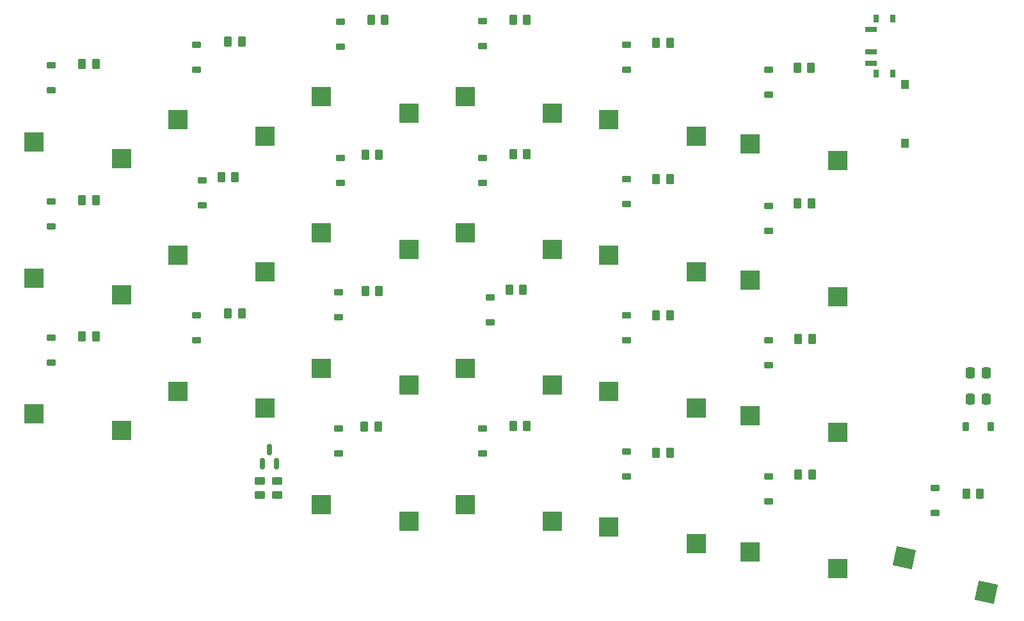
<source format=gbp>
G04 #@! TF.GenerationSoftware,KiCad,Pcbnew,7.0.5-0*
G04 #@! TF.CreationDate,2023-09-10T21:21:40+09:30*
G04 #@! TF.ProjectId,Rolio,526f6c69-6f2e-46b6-9963-61645f706362,rev?*
G04 #@! TF.SameCoordinates,Original*
G04 #@! TF.FileFunction,Paste,Bot*
G04 #@! TF.FilePolarity,Positive*
%FSLAX46Y46*%
G04 Gerber Fmt 4.6, Leading zero omitted, Abs format (unit mm)*
G04 Created by KiCad (PCBNEW 7.0.5-0) date 2023-09-10 21:21:40*
%MOMM*%
%LPD*%
G01*
G04 APERTURE LIST*
G04 Aperture macros list*
%AMRoundRect*
0 Rectangle with rounded corners*
0 $1 Rounding radius*
0 $2 $3 $4 $5 $6 $7 $8 $9 X,Y pos of 4 corners*
0 Add a 4 corners polygon primitive as box body*
4,1,4,$2,$3,$4,$5,$6,$7,$8,$9,$2,$3,0*
0 Add four circle primitives for the rounded corners*
1,1,$1+$1,$2,$3*
1,1,$1+$1,$4,$5*
1,1,$1+$1,$6,$7*
1,1,$1+$1,$8,$9*
0 Add four rect primitives between the rounded corners*
20,1,$1+$1,$2,$3,$4,$5,0*
20,1,$1+$1,$4,$5,$6,$7,0*
20,1,$1+$1,$6,$7,$8,$9,0*
20,1,$1+$1,$8,$9,$2,$3,0*%
%AMRotRect*
0 Rectangle, with rotation*
0 The origin of the aperture is its center*
0 $1 length*
0 $2 width*
0 $3 Rotation angle, in degrees counterclockwise*
0 Add horizontal line*
21,1,$1,$2,0,0,$3*%
G04 Aperture macros list end*
%ADD10R,2.600000X2.600000*%
%ADD11RotRect,2.600000X2.600000X348.000000*%
%ADD12RoundRect,0.250000X0.262500X0.450000X-0.262500X0.450000X-0.262500X-0.450000X0.262500X-0.450000X0*%
%ADD13RoundRect,0.225000X-0.375000X0.225000X-0.375000X-0.225000X0.375000X-0.225000X0.375000X0.225000X0*%
%ADD14RoundRect,0.250000X-0.337500X-0.475000X0.337500X-0.475000X0.337500X0.475000X-0.337500X0.475000X0*%
%ADD15RoundRect,0.250000X0.450000X-0.262500X0.450000X0.262500X-0.450000X0.262500X-0.450000X-0.262500X0*%
%ADD16R,0.800000X1.000000*%
%ADD17R,1.500000X0.700000*%
%ADD18R,1.000000X1.250000*%
%ADD19RoundRect,0.225000X-0.225000X-0.375000X0.225000X-0.375000X0.225000X0.375000X-0.225000X0.375000X0*%
%ADD20RoundRect,0.150000X0.150000X-0.587500X0.150000X0.587500X-0.150000X0.587500X-0.150000X-0.587500X0*%
G04 APERTURE END LIST*
D10*
X85013000Y-51670000D03*
X73463000Y-49470000D03*
X123013000Y-102670000D03*
X111463000Y-100470000D03*
X104013000Y-102670000D03*
X92463000Y-100470000D03*
X104013000Y-66670000D03*
X92463000Y-64470000D03*
X85013000Y-69670000D03*
X73463000Y-67470000D03*
X160745900Y-54920000D03*
X149195900Y-52720000D03*
X66013000Y-90670000D03*
X54463000Y-88470000D03*
X123013000Y-66670000D03*
X111463000Y-64470000D03*
X142013000Y-87670000D03*
X130463000Y-85470000D03*
X123013000Y-84670000D03*
X111463000Y-82470000D03*
X142013000Y-51670000D03*
X130463000Y-49470000D03*
X66013000Y-72670000D03*
X54463000Y-70470000D03*
X66013000Y-54670000D03*
X54463000Y-52470000D03*
X160745900Y-90920000D03*
X149195900Y-88720000D03*
X123013000Y-48670000D03*
X111463000Y-46470000D03*
D11*
X180375923Y-112089654D03*
X169535724Y-107536349D03*
D10*
X160745900Y-72965000D03*
X149195900Y-70765000D03*
X104013000Y-84670000D03*
X92463000Y-82470000D03*
X142013000Y-69670000D03*
X130463000Y-67470000D03*
X104013000Y-48670000D03*
X92463000Y-46470000D03*
X142013000Y-105670000D03*
X130463000Y-103470000D03*
X85013000Y-87670000D03*
X73463000Y-85470000D03*
X160745900Y-108920000D03*
X149195900Y-106720000D03*
D12*
X62605190Y-42170000D03*
X60780190Y-42170000D03*
D13*
X75946000Y-75438000D03*
X75946000Y-78738000D03*
D14*
X178308000Y-86529000D03*
X180383000Y-86529000D03*
D13*
X94996000Y-54610000D03*
X94996000Y-57910000D03*
X151638000Y-78740000D03*
X151638000Y-82040000D03*
D12*
X100076000Y-54170000D03*
X98251000Y-54170000D03*
D13*
X151638000Y-42926000D03*
X151638000Y-46226000D03*
D12*
X138580500Y-57404000D03*
X136755500Y-57404000D03*
D13*
X56676400Y-60352500D03*
X56676400Y-63652500D03*
D14*
X178308000Y-83058000D03*
X180383000Y-83058000D03*
D13*
X132842000Y-75438000D03*
X132842000Y-78738000D03*
D15*
X86614000Y-99210500D03*
X86614000Y-97385500D03*
D12*
X179578000Y-99060000D03*
X177753000Y-99060000D03*
D13*
X114808000Y-73026000D03*
X114808000Y-76326000D03*
D12*
X100076000Y-72170000D03*
X98251000Y-72170000D03*
X81909190Y-75170000D03*
X80084190Y-75170000D03*
X62605190Y-60170000D03*
X60780190Y-60170000D03*
D13*
X113792000Y-36450000D03*
X113792000Y-39750000D03*
D12*
X119634000Y-90102000D03*
X117809000Y-90102000D03*
D15*
X84328000Y-99210500D03*
X84328000Y-97385500D03*
D13*
X132842000Y-93476000D03*
X132842000Y-96776000D03*
X113792000Y-90424000D03*
X113792000Y-93724000D03*
X76708000Y-57532000D03*
X76708000Y-60832000D03*
X151638000Y-60960000D03*
X151638000Y-64260000D03*
D16*
X168039000Y-36150000D03*
X165829000Y-36150000D03*
X168039000Y-43450000D03*
X165829000Y-43450000D03*
D17*
X165179000Y-37550000D03*
X165179000Y-40550000D03*
X165179000Y-42050000D03*
D12*
X62605190Y-78170000D03*
X60780190Y-78170000D03*
D13*
X173646946Y-98261944D03*
X173646946Y-101561944D03*
D12*
X100838000Y-36322000D03*
X99013000Y-36322000D03*
D13*
X94742000Y-90424000D03*
X94742000Y-93724000D03*
X94996000Y-36576000D03*
X94996000Y-39876000D03*
D12*
X138580500Y-39370000D03*
X136755500Y-39370000D03*
D18*
X169694000Y-44893000D03*
X169694000Y-52643000D03*
D13*
X132842000Y-39624000D03*
X132842000Y-42924000D03*
X132842000Y-57404000D03*
X132842000Y-60704000D03*
D12*
X119634000Y-54102000D03*
X117809000Y-54102000D03*
D13*
X56676400Y-78352500D03*
X56676400Y-81652500D03*
D12*
X157376500Y-78520000D03*
X155551500Y-78520000D03*
X157376500Y-96520000D03*
X155551500Y-96520000D03*
D13*
X75946000Y-39624000D03*
X75946000Y-42924000D03*
D12*
X81909190Y-39170000D03*
X80084190Y-39170000D03*
D13*
X56676400Y-42352500D03*
X56676400Y-45652500D03*
X113792000Y-54610000D03*
X113792000Y-57910000D03*
D12*
X99956000Y-90170000D03*
X98131000Y-90170000D03*
D19*
X177673000Y-90170000D03*
X180973000Y-90170000D03*
D20*
X86548000Y-95093000D03*
X84648000Y-95093000D03*
X85598000Y-93218000D03*
D12*
X138580500Y-93654000D03*
X136755500Y-93654000D03*
D13*
X151638000Y-96774000D03*
X151638000Y-100074000D03*
D12*
X119634000Y-36322000D03*
X117809000Y-36322000D03*
D13*
X94742000Y-72390000D03*
X94742000Y-75690000D03*
D12*
X119126000Y-72036000D03*
X117301000Y-72036000D03*
X138580500Y-75404000D03*
X136755500Y-75404000D03*
X157273000Y-60565000D03*
X155448000Y-60565000D03*
X157226000Y-42672000D03*
X155401000Y-42672000D03*
X81041190Y-57170000D03*
X79216190Y-57170000D03*
M02*

</source>
